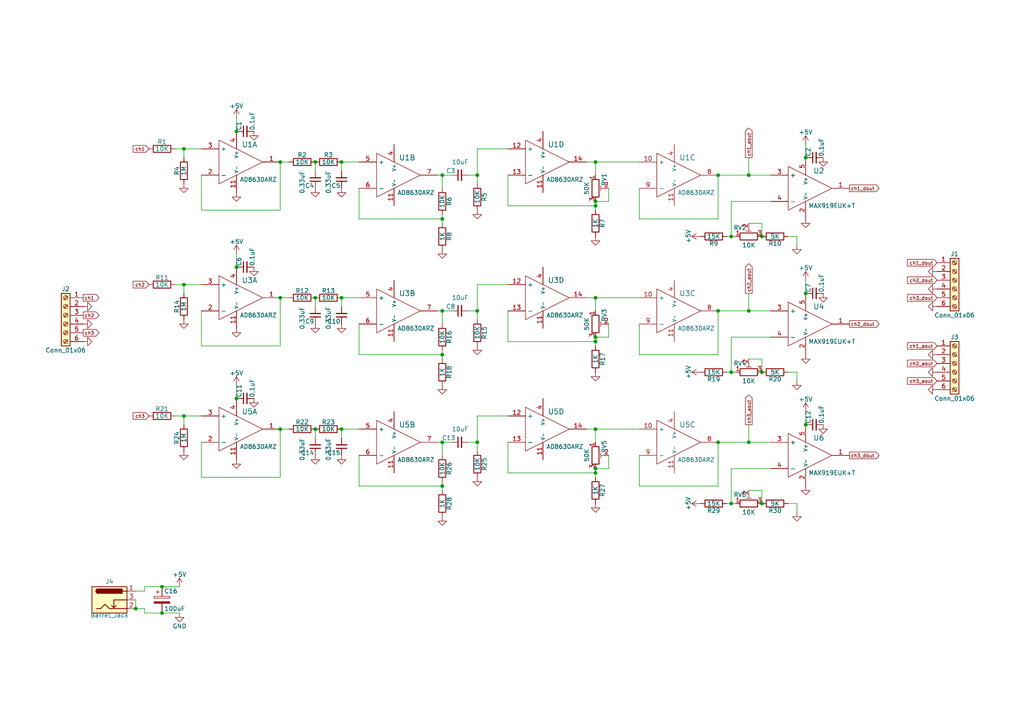
<source format=kicad_sch>
(kicad_sch (version 20211123) (generator eeschema)
  (paper "A4")
  (lib_symbols
    (symbol "Connector:Barrel_Jack_Switch" (pin_names hide)
      (property "Reference" "J" (at 0 5.334 0))
      (property "Value" "Barrel_Jack_Switch" (at 0 -5.08 0))
      (symbol "Barrel_Jack_Switch_0_1"
        (rectangle (start -5.08 3.81) (end 5.08 -3.81) (stroke (width 0.254)) (fill (type background)))
        (arc (start -3.302 3.175) (mid -3.937 2.54) (end -3.302 1.905) (stroke (width 0.254)))
        (arc (start -3.302 3.175) (mid -3.937 2.54) (end -3.302 1.905) (stroke (width 0.254)) (fill (type outline)))
        (polyline (pts (xy 1.27 -2.286) (xy 1.905 -1.651)) (stroke (width 0.254)))
        (polyline (pts (xy 5.08 2.54) (xy 3.81 2.54)) (stroke (width 0.254)))
        (polyline (pts (xy 5.08 0) (xy 1.27 0) (xy 1.27 -2.286) (xy 0.635 -1.651)) (stroke (width 0.254)))
        (polyline (pts (xy -3.81 -2.54) (xy -2.54 -2.54) (xy -1.27 -1.27) (xy 0 -2.54) (xy 2.54 -2.54) (xy 5.08 -2.54)) (stroke (width 0.254)))
        (rectangle (start 3.683 3.175) (end -3.302 1.905) (stroke (width 0.254)) (fill (type outline)))
      )
      (symbol "Barrel_Jack_Switch_1_1"
        (pin passive line (at 7.62 2.54 180) (length 2.54) (name "~") (number "1"))
        (pin passive line (at 7.62 -2.54 180) (length 2.54) (name "~") (number "2"))
        (pin passive line (at 7.62 0 180) (length 2.54) (name "~") (number "3"))
      )
    )
    (symbol "Connector:Screw_Terminal_01x06" (pin_names (offset 1.016) hide)
      (property "Reference" "J" (at 0 7.62 0))
      (property "Value" "Screw_Terminal_01x06" (at 0 -10.16 0))
      (symbol "Screw_Terminal_01x06_1_1"
        (rectangle (start -1.27 6.35) (end 1.27 -8.89) (stroke (width 0.254)) (fill (type background)))
        (circle (center 0 -7.62) (radius 0.635) (stroke (width 0.1524)))
        (circle (center 0 -5.08) (radius 0.635) (stroke (width 0.1524)))
        (circle (center 0 -2.54) (radius 0.635) (stroke (width 0.1524)))
        (polyline (pts (xy -0.5334 -7.2898) (xy 0.3302 -8.128)) (stroke (width 0.1524)))
        (polyline (pts (xy -0.5334 -4.7498) (xy 0.3302 -5.588)) (stroke (width 0.1524)))
        (polyline (pts (xy -0.5334 -2.2098) (xy 0.3302 -3.048)) (stroke (width 0.1524)))
        (polyline (pts (xy -0.5334 0.3302) (xy 0.3302 -0.508)) (stroke (width 0.1524)))
        (polyline (pts (xy -0.5334 2.8702) (xy 0.3302 2.032)) (stroke (width 0.1524)))
        (polyline (pts (xy -0.5334 5.4102) (xy 0.3302 4.572)) (stroke (width 0.1524)))
        (polyline (pts (xy -0.3556 -7.112) (xy 0.508 -7.9502)) (stroke (width 0.1524)))
        (polyline (pts (xy -0.3556 -4.572) (xy 0.508 -5.4102)) (stroke (width 0.1524)))
        (polyline (pts (xy -0.3556 -2.032) (xy 0.508 -2.8702)) (stroke (width 0.1524)))
        (polyline (pts (xy -0.3556 0.508) (xy 0.508 -0.3302)) (stroke (width 0.1524)))
        (polyline (pts (xy -0.3556 3.048) (xy 0.508 2.2098)) (stroke (width 0.1524)))
        (polyline (pts (xy -0.3556 5.588) (xy 0.508 4.7498)) (stroke (width 0.1524)))
        (circle (center 0 0) (radius 0.635) (stroke (width 0.1524)))
        (circle (center 0 2.54) (radius 0.635) (stroke (width 0.1524)))
        (circle (center 0 5.08) (radius 0.635) (stroke (width 0.1524)))
        (pin passive line (at -5.08 5.08 0) (length 3.81) (name "Pin_1") (number "1"))
        (pin passive line (at -5.08 2.54 0) (length 3.81) (name "Pin_2") (number "2"))
        (pin passive line (at -5.08 0 0) (length 3.81) (name "Pin_3") (number "3"))
        (pin passive line (at -5.08 -2.54 0) (length 3.81) (name "Pin_4") (number "4"))
        (pin passive line (at -5.08 -5.08 0) (length 3.81) (name "Pin_5") (number "5"))
        (pin passive line (at -5.08 -7.62 0) (length 3.81) (name "Pin_6") (number "6"))
      )
    )
    (symbol "Device:C_Small" (pin_numbers hide) (pin_names (offset 0.254) hide)
      (property "Reference" "C" (at 0.254 1.778 0))
      (property "Value" "C_Small" (at 0.254 -2.032 0))
      (symbol "C_Small_0_1"
        (polyline (pts (xy -1.524 -0.508) (xy 1.524 -0.508)) (stroke (width 0.3302)))
        (polyline (pts (xy -1.524 0.508) (xy 1.524 0.508)) (stroke (width 0.3048)))
      )
      (symbol "C_Small_1_1"
        (pin passive line (at 0 2.54 270) (length 2.032) (name "~") (number "1"))
        (pin passive line (at 0 -2.54 90) (length 2.032) (name "~") (number "2"))
      )
    )
    (symbol "Device:R" (pin_numbers hide) (pin_names (offset 0))
      (property "Reference" "R" (at 2.032 0 90))
      (property "Value" "R" (at 0 0 90))
      (symbol "R_0_1"
        (rectangle (start -1.016 -2.54) (end 1.016 2.54) (stroke (width 0.254)))
      )
      (symbol "R_1_1"
        (pin passive line (at 0 3.81 270) (length 1.27) (name "~") (number "1"))
        (pin passive line (at 0 -3.81 90) (length 1.27) (name "~") (number "2"))
      )
    )
    (symbol "piezo_V2-rescue:AD8630ARZ-piezo_V2"
      (property "Reference" "U" (at 3.81 5.08 0))
      (property "Value" "AD8630ARZ-piezo_V2" (at 6.35 -5.08 0))
      (symbol "AD8630ARZ-piezo_V2_0_1"
        (polyline (pts (xy 7.62 0) (xy -5.08 6.35) (xy -5.08 -6.35) (xy 7.62 0)))
      )
      (symbol "AD8630ARZ-piezo_V2_1_1"
        (pin input line (at 12.7 0 180) (length 5.08) (name "~") (number "1"))
        (pin input line (at 0 -8.89 90) (length 5.08) (name "V-") (number "11"))
        (pin input line (at -10.16 -3.81 0) (length 5.08) (name "-") (number "2"))
        (pin input line (at -10.16 3.81 0) (length 5.08) (name "+") (number "3"))
        (pin input line (at 0 8.89 270) (length 5.08) (name "V+") (number "4"))
      )
      (symbol "AD8630ARZ-piezo_V2_2_1"
        (pin input line (at 0 -8.89 90) (length 5.08) (name "V-") (number "11"))
        (pin input line (at 0 8.89 270) (length 5.08) (name "V+") (number "4"))
        (pin input line (at -10.16 3.81 0) (length 5.08) (name "+") (number "5"))
        (pin input line (at -10.16 -3.81 0) (length 5.08) (name "-") (number "6"))
        (pin input line (at 12.7 0 180) (length 5.08) (name "~") (number "7"))
      )
      (symbol "AD8630ARZ-piezo_V2_3_1"
        (pin input line (at -10.16 3.81 0) (length 5.08) (name "+") (number "10"))
        (pin input line (at 0 -8.89 90) (length 5.08) (name "V-") (number "11"))
        (pin input line (at 0 8.89 270) (length 5.08) (name "V+") (number "4"))
        (pin input line (at 12.7 0 180) (length 5.08) (name "~") (number "8"))
        (pin input line (at -10.16 -3.81 0) (length 5.08) (name "-") (number "9"))
      )
      (symbol "AD8630ARZ-piezo_V2_4_1"
        (pin input line (at 0 -8.89 90) (length 5.08) (name "V-") (number "11"))
        (pin input line (at -10.16 3.81 0) (length 5.08) (name "+") (number "12"))
        (pin input line (at -10.16 -3.81 0) (length 5.08) (name "-") (number "13"))
        (pin input line (at 12.7 0 180) (length 5.08) (name "~") (number "14"))
        (pin input line (at 0 8.89 270) (length 5.08) (name "V+") (number "4"))
      )
    )
    (symbol "piezo_V2-rescue:CP-Device" (pin_numbers hide) (pin_names (offset 0.254))
      (property "Reference" "C" (at 0.635 2.54 0))
      (property "Value" "CP-Device" (at 0.635 -2.54 0))
      (symbol "CP-Device_0_1"
        (rectangle (start -2.286 0.508) (end -2.286 1.016))
        (rectangle (start -2.286 0.508) (end 2.286 0.508))
        (polyline (pts (xy -1.778 2.286) (xy -0.762 2.286)))
        (polyline (pts (xy -1.27 2.794) (xy -1.27 1.778)))
        (rectangle (start 2.286 -0.508) (end -2.286 -1.016) (fill (type outline)))
        (rectangle (start 2.286 1.016) (end -2.286 1.016))
        (rectangle (start 2.286 1.016) (end 2.286 0.508))
      )
      (symbol "CP-Device_1_1"
        (pin passive line (at 0 3.81 270) (length 2.794) (name "~") (number "1"))
        (pin passive line (at 0 -3.81 90) (length 2.794) (name "~") (number "2"))
      )
    )
    (symbol "piezo_V2-rescue:MAX919EUK+T-piezo_V2"
      (property "Reference" "U" (at 3.81 5.08 0))
      (property "Value" "MAX919EUK+T-piezo_V2" (at 7.62 -5.08 0))
      (symbol "MAX919EUK+T-piezo_V2_0_1"
        (polyline (pts (xy 7.62 0) (xy -5.08 6.35) (xy -5.08 -6.35) (xy 7.62 0)))
      )
      (symbol "MAX919EUK+T-piezo_V2_1_1"
        (pin input line (at 12.7 0 180) (length 5.08) (name "~") (number "1"))
        (pin input line (at 0 -8.89 90) (length 5.08) (name "V-") (number "2"))
        (pin input line (at -10.16 3.81 0) (length 5.08) (name "+") (number "3"))
        (pin input line (at -10.16 -3.81 0) (length 5.08) (name "-") (number "4"))
        (pin input line (at 0 8.89 270) (length 5.08) (name "V+") (number "5"))
      )
    )
    (symbol "piezo_V2-rescue:R_POT_TRIM-Device" (pin_names (offset 1.016) hide)
      (property "Reference" "RV" (at -4.445 0 90))
      (property "Value" "R_POT_TRIM-Device" (at -2.54 0 90))
      (symbol "R_POT_TRIM-Device_0_1"
        (polyline (pts (xy 1.524 0.762) (xy 1.524 -0.762)))
        (polyline (pts (xy 2.54 0) (xy 1.524 0)))
        (rectangle (start 1.016 2.54) (end -1.016 -2.54) (stroke (width 0.254)))
      )
      (symbol "R_POT_TRIM-Device_1_1"
        (pin passive line (at 0 3.81 270) (length 1.27) (name "1") (number "1"))
        (pin passive line (at 3.81 0 180) (length 1.27) (name "2") (number "2"))
        (pin passive line (at 0 -3.81 90) (length 1.27) (name "3") (number "3"))
      )
    )
    (symbol "power:+5V" (power) (pin_names (offset 0))
      (property "Value" "+5V" (at 0 3.556 0))
      (symbol "+5V_0_1"
        (polyline (pts (xy -0.762 1.27) (xy 0 2.54)))
        (polyline (pts (xy 0 0) (xy 0 2.54)))
        (polyline (pts (xy 0 2.54) (xy 0.762 1.27)))
      )
      (symbol "+5V_1_1"
        (pin power_in line (at 0 0 90) (length 0) hide (name "+5V") (number "1"))
      )
    )
    (symbol "power:GND" (power) (pin_names (offset 0))
      (property "Value" "GND" (at 0 -3.81 0))
      (symbol "GND_0_1"
        (polyline (pts (xy 0 0) (xy 0 -1.27) (xy 1.27 -1.27) (xy 0 -2.54) (xy -1.27 -1.27) (xy 0 -1.27)))
      )
      (symbol "GND_1_1"
        (pin power_in line (at 0 0 270) (length 0) hide (name "GND") (number "1"))
      )
    )
  )
  (junction (at 208.28 90.17))
  (junction (at 212.09 68.58))
  (junction (at 172.72 97.79))
  (junction (at 233.68 45.72))
  (junction (at 128.27 140.97))
  (junction (at 172.72 58.42))
  (junction (at 217.17 50.8))
  (junction (at 172.72 46.99))
  (junction (at 68.58 77.47))
  (junction (at 208.28 50.8))
  (junction (at 53.34 82.55))
  (junction (at 46.99 170.18))
  (junction (at 128.27 102.87))
  (junction (at 128.27 128.27))
  (junction (at 212.09 146.05))
  (junction (at 68.58 38.1))
  (junction (at 91.44 124.46))
  (junction (at 217.17 90.17))
  (junction (at 99.06 86.36))
  (junction (at 220.98 107.95))
  (junction (at 220.98 146.05))
  (junction (at 68.58 115.57))
  (junction (at 172.72 124.46))
  (junction (at 128.27 90.17))
  (junction (at 138.43 128.27))
  (junction (at 81.28 46.99))
  (junction (at 99.06 46.99))
  (junction (at 53.34 43.18))
  (junction (at 91.44 46.99))
  (junction (at 233.68 123.19))
  (junction (at 46.99 177.8))
  (junction (at 220.98 68.58))
  (junction (at 91.44 86.36))
  (junction (at 172.72 86.36))
  (junction (at 99.06 124.46))
  (junction (at 172.72 137.16))
  (junction (at 233.68 85.09))
  (junction (at 128.27 50.8))
  (junction (at 172.72 99.06))
  (junction (at 172.72 59.69))
  (junction (at 138.43 50.8))
  (junction (at 39.37 176.53))
  (junction (at 81.28 124.46))
  (junction (at 212.09 107.95))
  (junction (at 172.72 135.89))
  (junction (at 217.17 128.27))
  (junction (at 53.34 120.65))
  (junction (at 81.28 86.36))
  (junction (at 138.43 90.17))
  (junction (at 128.27 63.5))
  (junction (at 208.28 128.27))
  (wire (pts (xy 208.28 50.8) (xy 217.17 50.8)))
  (wire (pts (xy 128.27 102.87) (xy 104.14 102.87)))
  (wire (pts (xy 233.68 123.19) (xy 233.68 119.38)))
  (wire (pts (xy 53.34 43.18) (xy 53.34 45.72)))
  (wire (pts (xy 147.32 99.06) (xy 147.32 90.17)))
  (wire (pts (xy 128.27 140.97) (xy 104.14 140.97)))
  (wire (pts (xy 128.27 50.8) (xy 130.81 50.8)))
  (wire (pts (xy 46.99 177.8) (xy 52.07 177.8)))
  (wire (pts (xy 68.58 115.57) (xy 68.58 111.76)))
  (wire (pts (xy 208.28 128.27) (xy 208.28 140.97)))
  (wire (pts (xy 212.09 68.58) (xy 213.36 68.58)))
  (wire (pts (xy 217.17 123.19) (xy 217.17 128.27)))
  (wire (pts (xy 104.14 140.97) (xy 104.14 132.08)))
  (wire (pts (xy 81.28 86.36) (xy 81.28 100.33)))
  (wire (pts (xy 128.27 63.5) (xy 128.27 64.77)))
  (wire (pts (xy 99.06 86.36) (xy 104.14 86.36)))
  (wire (pts (xy 99.06 86.36) (xy 99.06 88.9)))
  (wire (pts (xy 138.43 50.8) (xy 138.43 53.34)))
  (wire (pts (xy 39.37 176.53) (xy 41.91 176.53)))
  (wire (pts (xy 81.28 124.46) (xy 83.82 124.46)))
  (wire (pts (xy 138.43 128.27) (xy 138.43 130.81)))
  (wire (pts (xy 127 50.8) (xy 128.27 50.8)))
  (wire (pts (xy 185.42 102.87) (xy 185.42 93.98)))
  (wire (pts (xy 172.72 137.16) (xy 147.32 137.16)))
  (wire (pts (xy 41.91 177.8) (xy 46.99 177.8)))
  (wire (pts (xy 50.8 43.18) (xy 53.34 43.18)))
  (wire (pts (xy 138.43 43.18) (xy 138.43 50.8)))
  (wire (pts (xy 128.27 101.6) (xy 128.27 102.87)))
  (wire (pts (xy 81.28 60.96) (xy 58.42 60.96)))
  (wire (pts (xy 210.82 146.05) (xy 212.09 146.05)))
  (wire (pts (xy 220.98 64.77) (xy 220.98 68.58)))
  (wire (pts (xy 172.72 135.89) (xy 172.72 137.16)))
  (wire (pts (xy 231.14 107.95) (xy 231.14 110.49)))
  (wire (pts (xy 170.18 124.46) (xy 172.72 124.46)))
  (wire (pts (xy 127 128.27) (xy 128.27 128.27)))
  (wire (pts (xy 217.17 50.8) (xy 223.52 50.8)))
  (wire (pts (xy 217.17 64.77) (xy 220.98 64.77)))
  (wire (pts (xy 176.53 54.61) (xy 176.53 58.42)))
  (wire (pts (xy 58.42 138.43) (xy 58.42 128.27)))
  (wire (pts (xy 135.89 128.27) (xy 138.43 128.27)))
  (wire (pts (xy 212.09 146.05) (xy 212.09 135.89)))
  (wire (pts (xy 212.09 58.42) (xy 223.52 58.42)))
  (wire (pts (xy 208.28 128.27) (xy 217.17 128.27)))
  (wire (pts (xy 220.98 142.24) (xy 220.98 146.05)))
  (wire (pts (xy 81.28 124.46) (xy 81.28 138.43)))
  (wire (pts (xy 104.14 63.5) (xy 104.14 54.61)))
  (wire (pts (xy 81.28 46.99) (xy 83.82 46.99)))
  (wire (pts (xy 172.72 137.16) (xy 172.72 138.43)))
  (wire (pts (xy 50.8 120.65) (xy 53.34 120.65)))
  (wire (pts (xy 172.72 59.69) (xy 172.72 60.96)))
  (wire (pts (xy 217.17 90.17) (xy 223.52 90.17)))
  (wire (pts (xy 58.42 100.33) (xy 58.42 90.17)))
  (wire (pts (xy 128.27 139.7) (xy 128.27 140.97)))
  (wire (pts (xy 81.28 100.33) (xy 58.42 100.33)))
  (wire (pts (xy 138.43 43.18) (xy 147.32 43.18)))
  (wire (pts (xy 172.72 97.79) (xy 172.72 99.06)))
  (wire (pts (xy 231.14 146.05) (xy 231.14 148.59)))
  (wire (pts (xy 220.98 104.14) (xy 220.98 107.95)))
  (wire (pts (xy 99.06 124.46) (xy 99.06 127)))
  (wire (pts (xy 217.17 128.27) (xy 223.52 128.27)))
  (wire (pts (xy 53.34 120.65) (xy 53.34 123.19)))
  (wire (pts (xy 228.6 107.95) (xy 231.14 107.95)))
  (wire (pts (xy 208.28 140.97) (xy 185.42 140.97)))
  (wire (pts (xy 99.06 46.99) (xy 99.06 49.53)))
  (wire (pts (xy 41.91 170.18) (xy 46.99 170.18)))
  (wire (pts (xy 185.42 63.5) (xy 185.42 54.61)))
  (wire (pts (xy 172.72 86.36) (xy 172.72 90.17)))
  (wire (pts (xy 212.09 97.79) (xy 223.52 97.79)))
  (wire (pts (xy 81.28 86.36) (xy 83.82 86.36)))
  (wire (pts (xy 212.09 146.05) (xy 213.36 146.05)))
  (wire (pts (xy 128.27 102.87) (xy 128.27 104.14)))
  (wire (pts (xy 68.58 77.47) (xy 68.58 73.66)))
  (wire (pts (xy 172.72 86.36) (xy 185.42 86.36)))
  (wire (pts (xy 128.27 128.27) (xy 130.81 128.27)))
  (wire (pts (xy 217.17 45.72) (xy 217.17 50.8)))
  (wire (pts (xy 208.28 50.8) (xy 208.28 63.5)))
  (wire (pts (xy 172.72 124.46) (xy 185.42 124.46)))
  (wire (pts (xy 41.91 176.53) (xy 41.91 177.8)))
  (wire (pts (xy 128.27 63.5) (xy 104.14 63.5)))
  (wire (pts (xy 128.27 128.27) (xy 128.27 132.08)))
  (wire (pts (xy 217.17 85.09) (xy 217.17 90.17)))
  (wire (pts (xy 172.72 99.06) (xy 172.72 100.33)))
  (wire (pts (xy 176.53 132.08) (xy 176.53 135.89)))
  (wire (pts (xy 172.72 99.06) (xy 147.32 99.06)))
  (wire (pts (xy 128.27 50.8) (xy 128.27 54.61)))
  (wire (pts (xy 91.44 46.99) (xy 91.44 49.53)))
  (wire (pts (xy 208.28 63.5) (xy 185.42 63.5)))
  (wire (pts (xy 147.32 137.16) (xy 147.32 128.27)))
  (wire (pts (xy 231.14 68.58) (xy 231.14 71.12)))
  (wire (pts (xy 68.58 38.1) (xy 68.58 34.29)))
  (wire (pts (xy 91.44 124.46) (xy 91.44 127)))
  (wire (pts (xy 127 90.17) (xy 128.27 90.17)))
  (wire (pts (xy 128.27 140.97) (xy 128.27 142.24)))
  (wire (pts (xy 172.72 46.99) (xy 185.42 46.99)))
  (wire (pts (xy 53.34 120.65) (xy 58.42 120.65)))
  (wire (pts (xy 176.53 93.98) (xy 176.53 97.79)))
  (wire (pts (xy 176.53 97.79) (xy 172.72 97.79)))
  (wire (pts (xy 172.72 58.42) (xy 172.72 59.69)))
  (wire (pts (xy 135.89 90.17) (xy 138.43 90.17)))
  (wire (pts (xy 176.53 135.89) (xy 172.72 135.89)))
  (wire (pts (xy 81.28 46.99) (xy 81.28 60.96)))
  (wire (pts (xy 208.28 90.17) (xy 217.17 90.17)))
  (wire (pts (xy 217.17 104.14) (xy 220.98 104.14)))
  (wire (pts (xy 172.72 59.69) (xy 147.32 59.69)))
  (wire (pts (xy 210.82 107.95) (xy 212.09 107.95)))
  (wire (pts (xy 99.06 46.99) (xy 104.14 46.99)))
  (wire (pts (xy 135.89 50.8) (xy 138.43 50.8)))
  (wire (pts (xy 185.42 140.97) (xy 185.42 132.08)))
  (wire (pts (xy 53.34 82.55) (xy 53.34 85.09)))
  (wire (pts (xy 208.28 90.17) (xy 208.28 102.87)))
  (wire (pts (xy 217.17 142.24) (xy 220.98 142.24)))
  (wire (pts (xy 170.18 46.99) (xy 172.72 46.99)))
  (wire (pts (xy 233.68 85.09) (xy 233.68 81.28)))
  (wire (pts (xy 91.44 86.36) (xy 91.44 88.9)))
  (wire (pts (xy 138.43 90.17) (xy 138.43 92.71)))
  (wire (pts (xy 212.09 107.95) (xy 213.36 107.95)))
  (wire (pts (xy 228.6 68.58) (xy 231.14 68.58)))
  (wire (pts (xy 212.09 107.95) (xy 212.09 97.79)))
  (wire (pts (xy 128.27 90.17) (xy 130.81 90.17)))
  (wire (pts (xy 39.37 173.99) (xy 39.37 176.53)))
  (wire (pts (xy 53.34 43.18) (xy 58.42 43.18)))
  (wire (pts (xy 128.27 62.23) (xy 128.27 63.5)))
  (wire (pts (xy 128.27 90.17) (xy 128.27 93.98)))
  (wire (pts (xy 147.32 59.69) (xy 147.32 50.8)))
  (wire (pts (xy 138.43 120.65) (xy 138.43 128.27)))
  (wire (pts (xy 212.09 135.89) (xy 223.52 135.89)))
  (wire (pts (xy 99.06 124.46) (xy 104.14 124.46)))
  (wire (pts (xy 39.37 171.45) (xy 41.91 171.45)))
  (wire (pts (xy 104.14 102.87) (xy 104.14 93.98)))
  (wire (pts (xy 41.91 171.45) (xy 41.91 170.18)))
  (wire (pts (xy 138.43 82.55) (xy 138.43 90.17)))
  (wire (pts (xy 138.43 120.65) (xy 147.32 120.65)))
  (wire (pts (xy 81.28 138.43) (xy 58.42 138.43)))
  (wire (pts (xy 138.43 82.55) (xy 147.32 82.55)))
  (wire (pts (xy 46.99 170.18) (xy 52.07 170.18)))
  (wire (pts (xy 58.42 60.96) (xy 58.42 50.8)))
  (wire (pts (xy 172.72 46.99) (xy 172.72 50.8)))
  (wire (pts (xy 176.53 58.42) (xy 172.72 58.42)))
  (wire (pts (xy 210.82 68.58) (xy 212.09 68.58)))
  (wire (pts (xy 170.18 86.36) (xy 172.72 86.36)))
  (wire (pts (xy 50.8 82.55) (xy 53.34 82.55)))
  (wire (pts (xy 172.72 124.46) (xy 172.72 128.27)))
  (wire (pts (xy 208.28 102.87) (xy 185.42 102.87)))
  (wire (pts (xy 228.6 146.05) (xy 231.14 146.05)))
  (wire (pts (xy 212.09 68.58) (xy 212.09 58.42)))
  (wire (pts (xy 53.34 82.55) (xy 58.42 82.55)))
  (wire (pts (xy 233.68 45.72) (xy 233.68 41.91)))
  (global_label "ch1" (shape output) (at 24.13 86.36 0) (effects (font (size 0.9906 0.9906))) (property "Intersheet References" "${INTERSHEET_REFS}" (effects hide)))
  (global_label "ch2_dout" (shape input) (at 271.78 81.28 180) (effects (font (size 0.9906 0.9906))) (property "Intersheet References" "${INTERSHEET_REFS}" (effects hide)))
  (global_label "ch3" (shape output) (at 24.13 96.52 0) (effects (font (size 0.9906 0.9906))) (property "Intersheet References" "${INTERSHEET_REFS}" (effects hide)))
  (global_label "ch3_aout" (shape input) (at 271.78 110.49 180) (effects (font (size 0.9906 0.9906))) (property "Intersheet References" "${INTERSHEET_REFS}" (effects hide)))
  (global_label "ch3_aout" (shape output) (at 217.17 123.19 90) (effects (font (size 0.9906 0.9906))) (property "Intersheet References" "${INTERSHEET_REFS}" (effects hide)))
  (global_label "ch2_aout" (shape output) (at 217.17 85.09 90) (effects (font (size 0.9906 0.9906))) (property "Intersheet References" "${INTERSHEET_REFS}" (effects hide)))
  (global_label "ch2_dout" (shape output) (at 246.38 93.98 0) (effects (font (size 0.9906 0.9906))) (property "Intersheet References" "${INTERSHEET_REFS}" (effects hide)))
  (global_label "ch1_dout" (shape output) (at 246.38 54.61 0) (effects (font (size 0.9906 0.9906))) (property "Intersheet References" "${INTERSHEET_REFS}" (effects hide)))
  (global_label "ch1_dout" (shape input) (at 271.78 76.2 180) (effects (font (size 0.9906 0.9906))) (property "Intersheet References" "${INTERSHEET_REFS}" (effects hide)))
  (global_label "ch2_aout" (shape input) (at 271.78 105.41 180) (effects (font (size 0.9906 0.9906))) (property "Intersheet References" "${INTERSHEET_REFS}" (effects hide)))
  (global_label "ch3_dout" (shape output) (at 246.38 132.08 0) (effects (font (size 0.9906 0.9906))) (property "Intersheet References" "${INTERSHEET_REFS}" (effects hide)))
  (global_label "ch2" (shape output) (at 24.13 91.44 0) (effects (font (size 0.9906 0.9906))) (property "Intersheet References" "${INTERSHEET_REFS}" (effects hide)))
  (global_label "ch1" (shape input) (at 43.18 43.18 180) (effects (font (size 0.9906 0.9906))) (property "Intersheet References" "${INTERSHEET_REFS}" (effects hide)))
  (global_label "ch2" (shape input) (at 43.18 82.55 180) (effects (font (size 0.9906 0.9906))) (property "Intersheet References" "${INTERSHEET_REFS}" (effects hide)))
  (global_label "ch3_dout" (shape input) (at 271.78 86.36 180) (effects (font (size 0.9906 0.9906))) (property "Intersheet References" "${INTERSHEET_REFS}" (effects hide)))
  (global_label "ch3" (shape input) (at 43.18 120.65 180) (effects (font (size 0.9906 0.9906))) (property "Intersheet References" "${INTERSHEET_REFS}" (effects hide)))
  (global_label "ch1_aout" (shape input) (at 271.78 100.33 180) (effects (font (size 0.9906 0.9906))) (property "Intersheet References" "${INTERSHEET_REFS}" (effects hide)))
  (global_label "ch1_aout" (shape output) (at 217.17 45.72 90) (effects (font (size 0.9906 0.9906))) (property "Intersheet References" "${INTERSHEET_REFS}" (effects hide)))
  (symbol (lib_id "piezo_V2-rescue:AD8630ARZ-piezo_V2") (at 68.58 46.99 0) (unit 1)
    (property "Reference" "U1" (at 72.39 41.91 0) (effects (font (size 1.524 1.524))))
    (property "Value" "AD8630ARZ" (at 74.93 52.07 0) (effects (font (size 1.2446 1.2446))))
    (property "Footprint" "piezo_V2_footprints:AD8630ARZ" (effects hide))
  )
  (symbol (lib_id "Device:R") (at 46.99 43.18 90) (unit 1)
    (property "Reference" "R1" (at 46.99 41.148 90))
    (property "Value" "10K" (at 46.99 43.18 90))
    (property "Footprint" "Resistors_SMD:R_1206_HandSoldering" (effects hide))
  )
  (symbol (lib_id "Device:R") (at 53.34 49.53 180) (unit 1)
    (property "Reference" "R4" (at 51.308 49.53 90))
    (property "Value" "1M" (at 53.34 49.53 90))
    (property "Footprint" "Resistors_SMD:R_1206_HandSoldering" (effects hide))
  )
  (symbol (lib_id "power:GND") (at 53.34 53.34 0) (unit 1)
    (property "Reference" "#PWR01" (effects hide))
    (property "Value" "GND" (effects hide))
  )
  (symbol (lib_id "Connector:Barrel_Jack_Switch") (at 31.75 173.99 0) (unit 1)
    (property "Reference" "J4" (at 31.75 168.656 0))
    (property "Value" "Barrel_Jack" (at 31.75 178.435 0))
    (property "Footprint" "piezo_V2_footprints:PJ-079AH-DCJACK" (effects hide))
  )
  (symbol (lib_id "piezo_V2-rescue:CP-Device") (at 46.99 173.99 0) (unit 1)
    (property "Reference" "C16" (at 47.625 171.45 0) (effects (justify left)))
    (property "Value" "100uF" (at 47.625 176.53 0) (effects (justify left)))
    (property "Footprint" "Capacitors_THT:CP_Radial_D8.0mm_P3.50mm" (effects hide))
  )
  (symbol (lib_id "power:+5V") (at 52.07 170.18 0) (unit 1)
    (property "Reference" "#PWR02" (effects hide))
    (property "Value" "+5V" (at 52.07 166.624 0))
  )
  (symbol (lib_id "power:GND") (at 52.07 177.8 0) (unit 1)
    (property "Reference" "#PWR03" (effects hide))
    (property "Value" "GND" (at 52.07 181.61 0))
  )
  (symbol (lib_id "Device:C_Small") (at 71.12 38.1 90) (unit 1)
    (property "Reference" "C1" (at 69.342 37.846 0) (effects (justify left)))
    (property "Value" "0.1uF" (at 73.152 37.846 0) (effects (justify left)))
    (property "Footprint" "Capacitors_SMD:C_1206_HandSoldering" (effects hide))
  )
  (symbol (lib_id "power:GND") (at 73.66 38.1 0) (unit 1)
    (property "Reference" "#PWR04" (effects hide))
    (property "Value" "GND" (effects hide))
  )
  (symbol (lib_id "power:+5V") (at 68.58 34.29 0) (unit 1)
    (property "Reference" "#PWR05" (effects hide))
    (property "Value" "+5V" (at 68.58 30.734 0))
  )
  (symbol (lib_id "power:GND") (at 68.58 55.88 0) (unit 1)
    (property "Reference" "#PWR06" (effects hide))
    (property "Value" "GND" (effects hide))
  )
  (symbol (lib_id "Connector:Screw_Terminal_01x06") (at 19.05 91.44 0) (mirror y) (unit 1)
    (property "Reference" "J2" (at 19.05 83.82 0))
    (property "Value" "Conn_01x06" (at 19.05 101.6 0))
    (property "Footprint" "piezo_V2_footprints:EM280206_6P_Terminal" (effects hide))
  )
  (symbol (lib_id "power:GND") (at 24.13 88.9 90) (unit 1)
    (property "Reference" "#PWR07" (effects hide))
    (property "Value" "GND" (effects hide))
  )
  (symbol (lib_id "power:GND") (at 24.13 93.98 90) (unit 1)
    (property "Reference" "#PWR08" (effects hide))
    (property "Value" "GND" (effects hide))
  )
  (symbol (lib_id "power:GND") (at 24.13 99.06 90) (unit 1)
    (property "Reference" "#PWR09" (effects hide))
    (property "Value" "GND" (effects hide))
  )
  (symbol (lib_id "Device:R") (at 87.63 46.99 90) (unit 1)
    (property "Reference" "R2" (at 87.63 44.958 90))
    (property "Value" "10K" (at 87.63 46.99 90))
    (property "Footprint" "Resistors_SMD:R_1206_HandSoldering" (effects hide))
  )
  (symbol (lib_id "Device:R") (at 95.25 46.99 90) (unit 1)
    (property "Reference" "R3" (at 95.25 44.958 90))
    (property "Value" "10K" (at 95.25 46.99 90))
    (property "Footprint" "Resistors_SMD:R_1206_HandSoldering" (effects hide))
  )
  (symbol (lib_id "Device:C_Small") (at 91.44 52.07 180) (unit 1)
    (property "Reference" "C4" (at 91.186 53.848 0) (effects (justify left)))
    (property "Value" "0.33uF" (at 87.63 49.53 90) (effects (justify left)))
    (property "Footprint" "Capacitors_SMD:C_1206_HandSoldering" (effects hide))
  )
  (symbol (lib_id "Device:C_Small") (at 99.06 52.07 180) (unit 1)
    (property "Reference" "C5" (at 98.806 53.848 0) (effects (justify left)))
    (property "Value" "0.33uF" (at 95.25 49.53 90) (effects (justify left)))
    (property "Footprint" "Capacitors_SMD:C_1206_HandSoldering" (effects hide))
  )
  (symbol (lib_id "power:GND") (at 91.44 54.61 0) (unit 1)
    (property "Reference" "#PWR010" (effects hide))
    (property "Value" "GND" (effects hide))
  )
  (symbol (lib_id "power:GND") (at 99.06 54.61 0) (unit 1)
    (property "Reference" "#PWR011" (effects hide))
    (property "Value" "GND" (effects hide))
  )
  (symbol (lib_id "piezo_V2-rescue:AD8630ARZ-piezo_V2") (at 114.3 50.8 0) (unit 2)
    (property "Reference" "U1" (at 118.11 45.72 0) (effects (font (size 1.524 1.524))))
    (property "Value" "AD8630ARZ" (at 120.65 55.88 0) (effects (font (size 1.2446 1.2446))))
    (property "Footprint" "piezo_V2_footprints:AD8630ARZ" (effects hide))
  )
  (symbol (lib_id "Device:R") (at 128.27 58.42 0) (unit 1)
    (property "Reference" "R6" (at 130.302 58.42 90))
    (property "Value" "10K" (at 128.27 58.42 90))
    (property "Footprint" "Resistors_SMD:R_1206_HandSoldering" (effects hide))
  )
  (symbol (lib_id "Device:R") (at 128.27 68.58 0) (unit 1)
    (property "Reference" "R8" (at 130.302 68.58 90))
    (property "Value" "1K" (at 128.27 68.58 90))
    (property "Footprint" "Resistors_SMD:R_1206_HandSoldering" (effects hide))
  )
  (symbol (lib_id "power:GND") (at 128.27 72.39 0) (unit 1)
    (property "Reference" "#PWR012" (effects hide))
    (property "Value" "GND" (effects hide))
  )
  (symbol (lib_id "Device:C_Small") (at 133.35 50.8 90) (unit 1)
    (property "Reference" "C3" (at 132.08 49.53 90) (effects (justify left)))
    (property "Value" "10uF" (at 135.89 46.99 90) (effects (justify left)))
    (property "Footprint" "Capacitors_SMD:C_1206_HandSoldering" (effects hide))
  )
  (symbol (lib_id "Device:R") (at 138.43 57.15 0) (unit 1)
    (property "Reference" "R5" (at 140.462 57.15 90))
    (property "Value" "10K" (at 138.43 57.15 90))
    (property "Footprint" "Resistors_SMD:R_1206_HandSoldering" (effects hide))
  )
  (symbol (lib_id "power:GND") (at 138.43 60.96 0) (unit 1)
    (property "Reference" "#PWR013" (effects hide))
    (property "Value" "GND" (effects hide))
  )
  (symbol (lib_id "piezo_V2-rescue:AD8630ARZ-piezo_V2") (at 157.48 46.99 0) (unit 4)
    (property "Reference" "U1" (at 161.29 41.91 0) (effects (font (size 1.524 1.524))))
    (property "Value" "AD8630ARZ" (at 163.83 52.07 0) (effects (font (size 1.2446 1.2446))))
    (property "Footprint" "piezo_V2_footprints:AD8630ARZ" (effects hide))
  )
  (symbol (lib_id "piezo_V2-rescue:R_POT_TRIM-Device") (at 172.72 54.61 0) (unit 1)
    (property "Reference" "RV1" (at 175.26 52.07 90))
    (property "Value" "50K" (at 170.18 54.61 90))
    (property "Footprint" "piezo_V2_footprints:50K_Trimmer_Bourns_3339P" (effects hide))
  )
  (symbol (lib_id "Device:R") (at 172.72 64.77 0) (unit 1)
    (property "Reference" "R7" (at 174.752 64.77 90))
    (property "Value" "1K" (at 172.72 64.77 90))
    (property "Footprint" "Resistors_SMD:R_1206_HandSoldering" (effects hide))
  )
  (symbol (lib_id "power:GND") (at 172.72 68.58 0) (unit 1)
    (property "Reference" "#PWR014" (effects hide))
    (property "Value" "GND" (effects hide))
  )
  (symbol (lib_id "piezo_V2-rescue:AD8630ARZ-piezo_V2") (at 195.58 50.8 0) (unit 3)
    (property "Reference" "U1" (at 199.39 45.72 0) (effects (font (size 1.524 1.524))))
    (property "Value" "AD8630ARZ" (at 201.93 55.88 0) (effects (font (size 1.2446 1.2446))))
    (property "Footprint" "piezo_V2_footprints:AD8630ARZ" (effects hide))
  )
  (symbol (lib_id "piezo_V2-rescue:MAX919EUK+T-piezo_V2") (at 233.68 54.61 0) (unit 1)
    (property "Reference" "U2" (at 237.49 49.53 0) (effects (font (size 1.524 1.524))))
    (property "Value" "MAX919EUK+T" (at 241.3 59.69 0) (effects (font (size 1.2446 1.2446))))
    (property "Footprint" "piezo_V2_footprints:TMAX9140EUK+T" (effects hide))
  )
  (symbol (lib_id "Device:C_Small") (at 236.22 45.72 90) (unit 1)
    (property "Reference" "C2" (at 234.442 45.466 0) (effects (justify left)))
    (property "Value" "0.1uF" (at 238.252 45.466 0) (effects (justify left)))
    (property "Footprint" "Capacitors_SMD:C_1206_HandSoldering" (effects hide))
  )
  (symbol (lib_id "power:GND") (at 238.76 45.72 0) (unit 1)
    (property "Reference" "#PWR015" (effects hide))
    (property "Value" "GND" (effects hide))
  )
  (symbol (lib_id "power:+5V") (at 233.68 41.91 0) (unit 1)
    (property "Reference" "#PWR016" (effects hide))
    (property "Value" "+5V" (at 233.68 38.354 0))
  )
  (symbol (lib_id "power:GND") (at 233.68 63.5 0) (unit 1)
    (property "Reference" "#PWR017" (effects hide))
    (property "Value" "GND" (effects hide))
  )
  (symbol (lib_id "Device:R") (at 207.01 68.58 270) (unit 1)
    (property "Reference" "R9" (at 207.01 70.612 90))
    (property "Value" "15K" (at 207.01 68.58 90))
    (property "Footprint" "Resistors_SMD:R_1206_HandSoldering" (effects hide))
  )
  (symbol (lib_id "power:+5V") (at 203.2 68.58 90) (unit 1)
    (property "Reference" "#PWR018" (effects hide))
    (property "Value" "+5V" (at 199.644 68.58 0))
  )
  (symbol (lib_id "piezo_V2-rescue:R_POT_TRIM-Device") (at 217.17 68.58 90) (unit 1)
    (property "Reference" "RV2" (at 214.63 66.04 90))
    (property "Value" "10K" (at 217.17 71.12 90))
    (property "Footprint" "piezo_V2_footprints:10K_Trimmer_Bourns_3362P" (effects hide))
  )
  (symbol (lib_id "Device:R") (at 224.79 68.58 270) (unit 1)
    (property "Reference" "R10" (at 224.79 70.612 90))
    (property "Value" "5K" (at 224.79 68.58 90))
    (property "Footprint" "Resistors_SMD:R_1206_HandSoldering" (effects hide))
  )
  (symbol (lib_id "power:GND") (at 231.14 71.12 0) (unit 1)
    (property "Reference" "#PWR019" (effects hide))
    (property "Value" "GND" (effects hide))
  )
  (symbol (lib_id "Connector:Screw_Terminal_01x06") (at 276.86 81.28 0) (unit 1)
    (property "Reference" "J1" (at 276.86 73.66 0))
    (property "Value" "Conn_01x06" (at 276.86 91.44 0))
    (property "Footprint" "piezo_V2_footprints:EM280206_6P_Terminal" (effects hide))
  )
  (symbol (lib_id "Connector:Screw_Terminal_01x06") (at 276.86 105.41 0) (unit 1)
    (property "Reference" "J3" (at 276.86 97.79 0))
    (property "Value" "Conn_01x06" (at 276.86 115.57 0))
    (property "Footprint" "piezo_V2_footprints:EM280206_6P_Terminal" (effects hide))
  )
  (symbol (lib_id "power:GND") (at 271.78 78.74 270) (unit 1)
    (property "Reference" "#PWR020" (effects hide))
    (property "Value" "GND" (effects hide))
  )
  (symbol (lib_id "power:GND") (at 271.78 83.82 270) (unit 1)
    (property "Reference" "#PWR021" (effects hide))
    (property "Value" "GND" (effects hide))
  )
  (symbol (lib_id "power:GND") (at 271.78 88.9 270) (unit 1)
    (property "Reference" "#PWR022" (effects hide))
    (property "Value" "GND" (effects hide))
  )
  (symbol (lib_id "power:GND") (at 271.78 102.87 270) (unit 1)
    (property "Reference" "#PWR023" (effects hide))
    (property "Value" "GND" (effects hide))
  )
  (symbol (lib_id "power:GND") (at 271.78 107.95 270) (unit 1)
    (property "Reference" "#PWR024" (effects hide))
    (property "Value" "GND" (effects hide))
  )
  (symbol (lib_id "power:GND") (at 271.78 113.03 270) (unit 1)
    (property "Reference" "#PWR025" (effects hide))
    (property "Value" "GND" (effects hide))
  )
  (symbol (lib_id "piezo_V2-rescue:AD8630ARZ-piezo_V2") (at 68.58 86.36 0) (unit 1)
    (property "Reference" "U3" (at 72.39 81.28 0) (effects (font (size 1.524 1.524))))
    (property "Value" "AD8630ARZ" (at 74.93 91.44 0) (effects (font (size 1.2446 1.2446))))
    (property "Footprint" "piezo_V2_footprints:AD8630ARZ" (effects hide))
  )
  (symbol (lib_id "Device:R") (at 46.99 82.55 90) (unit 1)
    (property "Reference" "R11" (at 46.99 80.518 90))
    (property "Value" "10K" (at 46.99 82.55 90))
    (property "Footprint" "Resistors_SMD:R_1206_HandSoldering" (effects hide))
  )
  (symbol (lib_id "Device:R") (at 53.34 88.9 180) (unit 1)
    (property "Reference" "R14" (at 51.308 88.9 90))
    (property "Value" "1M" (at 53.34 88.9 90))
    (property "Footprint" "Resistors_SMD:R_1206_HandSoldering" (effects hide))
  )
  (symbol (lib_id "power:GND") (at 53.34 92.71 0) (unit 1)
    (property "Reference" "#PWR026" (effects hide))
    (property "Value" "GND" (effects hide))
  )
  (symbol (lib_id "Device:C_Small") (at 71.12 77.47 90) (unit 1)
    (property "Reference" "C6" (at 69.342 77.216 0) (effects (justify left)))
    (property "Value" "0.1uF" (at 73.152 77.216 0) (effects (justify left)))
    (property "Footprint" "Capacitors_SMD:C_1206_HandSoldering" (effects hide))
  )
  (symbol (lib_id "power:GND") (at 73.66 77.47 0) (unit 1)
    (property "Reference" "#PWR027" (effects hide))
    (property "Value" "GND" (effects hide))
  )
  (symbol (lib_id "power:+5V") (at 68.58 73.66 0) (unit 1)
    (property "Reference" "#PWR028" (effects hide))
    (property "Value" "+5V" (at 68.58 70.104 0))
  )
  (symbol (lib_id "power:GND") (at 68.58 95.25 0) (unit 1)
    (property "Reference" "#PWR029" (effects hide))
    (property "Value" "GND" (effects hide))
  )
  (symbol (lib_id "Device:R") (at 87.63 86.36 90) (unit 1)
    (property "Reference" "R12" (at 87.63 84.328 90))
    (property "Value" "10K" (at 87.63 86.36 90))
    (property "Footprint" "Resistors_SMD:R_1206_HandSoldering" (effects hide))
  )
  (symbol (lib_id "Device:R") (at 95.25 86.36 90) (unit 1)
    (property "Reference" "R13" (at 95.25 84.328 90))
    (property "Value" "10K" (at 95.25 86.36 90))
    (property "Footprint" "Resistors_SMD:R_1206_HandSoldering" (effects hide))
  )
  (symbol (lib_id "Device:C_Small") (at 91.44 91.44 180) (unit 1)
    (property "Reference" "C9" (at 91.186 93.218 0) (effects (justify left)))
    (property "Value" "0.33uF" (at 87.63 88.9 90) (effects (justify left)))
    (property "Footprint" "Capacitors_SMD:C_1206_HandSoldering" (effects hide))
  )
  (symbol (lib_id "Device:C_Small") (at 99.06 91.44 180) (unit 1)
    (property "Reference" "C10" (at 98.806 93.218 0) (effects (justify left)))
    (property "Value" "0.33uF" (at 95.25 88.9 90) (effects (justify left)))
    (property "Footprint" "Capacitors_SMD:C_1206_HandSoldering" (effects hide))
  )
  (symbol (lib_id "power:GND") (at 91.44 93.98 0) (unit 1)
    (property "Reference" "#PWR030" (effects hide))
    (property "Value" "GND" (effects hide))
  )
  (symbol (lib_id "power:GND") (at 99.06 93.98 0) (unit 1)
    (property "Reference" "#PWR031" (effects hide))
    (property "Value" "GND" (effects hide))
  )
  (symbol (lib_id "piezo_V2-rescue:AD8630ARZ-piezo_V2") (at 114.3 90.17 0) (unit 2)
    (property "Reference" "U3" (at 118.11 85.09 0) (effects (font (size 1.524 1.524))))
    (property "Value" "AD8630ARZ" (at 120.65 95.25 0) (effects (font (size 1.2446 1.2446))))
    (property "Footprint" "piezo_V2_footprints:AD8630ARZ" (effects hide))
  )
  (symbol (lib_id "Device:R") (at 128.27 97.79 0) (unit 1)
    (property "Reference" "R16" (at 130.302 97.79 90))
    (property "Value" "10K" (at 128.27 97.79 90))
    (property "Footprint" "Resistors_SMD:R_1206_HandSoldering" (effects hide))
  )
  (symbol (lib_id "Device:R") (at 128.27 107.95 0) (unit 1)
    (property "Reference" "R18" (at 130.302 107.95 90))
    (property "Value" "1K" (at 128.27 107.95 90))
    (property "Footprint" "Resistors_SMD:R_1206_HandSoldering" (effects hide))
  )
  (symbol (lib_id "power:GND") (at 128.27 111.76 0) (unit 1)
    (property "Reference" "#PWR032" (effects hide))
    (property "Value" "GND" (effects hide))
  )
  (symbol (lib_id "Device:C_Small") (at 133.35 90.17 90) (unit 1)
    (property "Reference" "C8" (at 132.08 88.9 90) (effects (justify left)))
    (property "Value" "10uF" (at 135.89 86.36 90) (effects (justify left)))
    (property "Footprint" "Capacitors_SMD:C_1206_HandSoldering" (effects hide))
  )
  (symbol (lib_id "Device:R") (at 138.43 96.52 0) (unit 1)
    (property "Reference" "R15" (at 140.462 96.52 90))
    (property "Value" "10K" (at 138.43 96.52 90))
    (property "Footprint" "Resistors_SMD:R_1206_HandSoldering" (effects hide))
  )
  (symbol (lib_id "power:GND") (at 138.43 100.33 0) (unit 1)
    (property "Reference" "#PWR033" (effects hide))
    (property "Value" "GND" (effects hide))
  )
  (symbol (lib_id "piezo_V2-rescue:AD8630ARZ-piezo_V2") (at 157.48 86.36 0) (unit 4)
    (property "Reference" "U3" (at 161.29 81.28 0) (effects (font (size 1.524 1.524))))
    (property "Value" "AD8630ARZ" (at 163.83 91.44 0) (effects (font (size 1.2446 1.2446))))
    (property "Footprint" "piezo_V2_footprints:AD8630ARZ" (effects hide))
  )
  (symbol (lib_id "piezo_V2-rescue:R_POT_TRIM-Device") (at 172.72 93.98 0) (unit 1)
    (property "Reference" "RV3" (at 175.26 91.44 90))
    (property "Value" "50K" (at 170.18 93.98 90))
    (property "Footprint" "piezo_V2_footprints:50K_Trimmer_Bourns_3339P" (effects hide))
  )
  (symbol (lib_id "Device:R") (at 172.72 104.14 0) (unit 1)
    (property "Reference" "R17" (at 174.752 104.14 90))
    (property "Value" "1K" (at 172.72 104.14 90))
    (property "Footprint" "Resistors_SMD:R_1206_HandSoldering" (effects hide))
  )
  (symbol (lib_id "power:GND") (at 172.72 107.95 0) (unit 1)
    (property "Reference" "#PWR034" (effects hide))
    (property "Value" "GND" (effects hide))
  )
  (symbol (lib_id "piezo_V2-rescue:AD8630ARZ-piezo_V2") (at 195.58 90.17 0) (unit 3)
    (property "Reference" "U3" (at 199.39 85.09 0) (effects (font (size 1.524 1.524))))
    (property "Value" "AD8630ARZ" (at 201.93 95.25 0) (effects (font (size 1.2446 1.2446))))
    (property "Footprint" "piezo_V2_footprints:AD8630ARZ" (effects hide))
  )
  (symbol (lib_id "piezo_V2-rescue:MAX919EUK+T-piezo_V2") (at 233.68 93.98 0) (unit 1)
    (property "Reference" "U4" (at 237.49 88.9 0) (effects (font (size 1.524 1.524))))
    (property "Value" "MAX919EUK+T" (at 241.3 99.06 0) (effects (font (size 1.2446 1.2446))))
    (property "Footprint" "piezo_V2_footprints:TMAX9140EUK+T" (effects hide))
  )
  (symbol (lib_id "Device:C_Small") (at 236.22 85.09 90) (unit 1)
    (property "Reference" "C7" (at 234.442 84.836 0) (effects (justify left)))
    (property "Value" "0.1uF" (at 238.252 84.836 0) (effects (justify left)))
    (property "Footprint" "Capacitors_SMD:C_1206_HandSoldering" (effects hide))
  )
  (symbol (lib_id "power:GND") (at 238.76 85.09 0) (unit 1)
    (property "Reference" "#PWR035" (effects hide))
    (property "Value" "GND" (effects hide))
  )
  (symbol (lib_id "power:+5V") (at 233.68 81.28 0) (unit 1)
    (property "Reference" "#PWR036" (effects hide))
    (property "Value" "+5V" (at 233.68 77.724 0))
  )
  (symbol (lib_id "power:GND") (at 233.68 102.87 0) (unit 1)
    (property "Reference" "#PWR037" (effects hide))
    (property "Value" "GND" (effects hide))
  )
  (symbol (lib_id "Device:R") (at 207.01 107.95 270) (unit 1)
    (property "Reference" "R19" (at 207.01 109.982 90))
    (property "Value" "15K" (at 207.01 107.95 90))
    (property "Footprint" "Resistors_SMD:R_1206_HandSoldering" (effects hide))
  )
  (symbol (lib_id "power:+5V") (at 203.2 107.95 90) (unit 1)
    (property "Reference" "#PWR038" (effects hide))
    (property "Value" "+5V" (at 199.644 107.95 0))
  )
  (symbol (lib_id "piezo_V2-rescue:R_POT_TRIM-Device") (at 217.17 107.95 90) (unit 1)
    (property "Reference" "RV4" (at 214.63 105.41 90))
    (property "Value" "10K" (at 217.17 110.49 90))
    (property "Footprint" "piezo_V2_footprints:10K_Trimmer_Bourns_3362P" (effects hide))
  )
  (symbol (lib_id "Device:R") (at 224.79 107.95 270) (unit 1)
    (property "Reference" "R20" (at 224.79 109.982 90))
    (property "Value" "5K" (at 224.79 107.95 90))
    (property "Footprint" "Resistors_SMD:R_1206_HandSoldering" (effects hide))
  )
  (symbol (lib_id "power:GND") (at 231.14 110.49 0) (unit 1)
    (property "Reference" "#PWR039" (effects hide))
    (property "Value" "GND" (effects hide))
  )
  (symbol (lib_id "piezo_V2-rescue:AD8630ARZ-piezo_V2") (at 68.58 124.46 0) (unit 1)
    (property "Reference" "U5" (at 72.39 119.38 0) (effects (font (size 1.524 1.524))))
    (property "Value" "AD8630ARZ" (at 74.93 129.54 0) (effects (font (size 1.2446 1.2446))))
    (property "Footprint" "piezo_V2_footprints:AD8630ARZ" (effects hide))
  )
  (symbol (lib_id "Device:R") (at 46.99 120.65 90) (unit 1)
    (property "Reference" "R21" (at 46.99 118.618 90))
    (property "Value" "10K" (at 46.99 120.65 90))
    (property "Footprint" "Resistors_SMD:R_1206_HandSoldering" (effects hide))
  )
  (symbol (lib_id "Device:R") (at 53.34 127 180) (unit 1)
    (property "Reference" "R24" (at 51.308 127 90))
    (property "Value" "1M" (at 53.34 127 90))
    (property "Footprint" "Resistors_SMD:R_1206_HandSoldering" (effects hide))
  )
  (symbol (lib_id "power:GND") (at 53.34 130.81 0) (unit 1)
    (property "Reference" "#PWR040" (effects hide))
    (property "Value" "GND" (effects hide))
  )
  (symbol (lib_id "Device:C_Small") (at 71.12 115.57 90) (unit 1)
    (property "Reference" "C11" (at 69.342 115.316 0) (effects (justify left)))
    (property "Value" "0.1uF" (at 73.152 115.316 0) (effects (justify left)))
    (property "Footprint" "Capacitors_SMD:C_1206_HandSoldering" (effects hide))
  )
  (symbol (lib_id "power:GND") (at 73.66 115.57 0) (unit 1)
    (property "Reference" "#PWR041" (effects hide))
    (property "Value" "GND" (effects hide))
  )
  (symbol (lib_id "power:+5V") (at 68.58 111.76 0) (unit 1)
    (property "Reference" "#PWR042" (effects hide))
    (property "Value" "+5V" (at 68.58 108.204 0))
  )
  (symbol (lib_id "power:GND") (at 68.58 133.35 0) (unit 1)
    (property "Reference" "#PWR043" (effects hide))
    (property "Value" "GND" (effects hide))
  )
  (symbol (lib_id "Device:R") (at 87.63 124.46 90) (unit 1)
    (property "Reference" "R22" (at 87.63 122.428 90))
    (property "Value" "10K" (at 87.63 124.46 90))
    (property "Footprint" "Resistors_SMD:R_1206_HandSoldering" (effects hide))
  )
  (symbol (lib_id "Device:R") (at 95.25 124.46 90) (unit 1)
    (property "Reference" "R23" (at 95.25 122.428 90))
    (property "Value" "10K" (at 95.25 124.46 90))
    (property "Footprint" "Resistors_SMD:R_1206_HandSoldering" (effects hide))
  )
  (symbol (lib_id "Device:C_Small") (at 91.44 129.54 180) (unit 1)
    (property "Reference" "C14" (at 91.186 131.318 0) (effects (justify left)))
    (property "Value" "0.33uF" (at 87.63 127 90) (effects (justify left)))
    (property "Footprint" "Capacitors_SMD:C_1206_HandSoldering" (effects hide))
  )
  (symbol (lib_id "Device:C_Small") (at 99.06 129.54 180) (unit 1)
    (property "Reference" "C15" (at 98.806 131.318 0) (effects (justify left)))
    (property "Value" "0.33uF" (at 95.25 127 90) (effects (justify left)))
    (property "Footprint" "Capacitors_SMD:C_1206_HandSoldering" (effects hide))
  )
  (symbol (lib_id "power:GND") (at 91.44 132.08 0) (unit 1)
    (property "Reference" "#PWR044" (effects hide))
    (property "Value" "GND" (effects hide))
  )
  (symbol (lib_id "power:GND") (at 99.06 132.08 0) (unit 1)
    (property "Reference" "#PWR045" (effects hide))
    (property "Value" "GND" (effects hide))
  )
  (symbol (lib_id "piezo_V2-rescue:AD8630ARZ-piezo_V2") (at 114.3 128.27 0) (unit 2)
    (property "Reference" "U5" (at 118.11 123.19 0) (effects (font (size 1.524 1.524))))
    (property "Value" "AD8630ARZ" (at 120.65 133.35 0) (effects (font (size 1.2446 1.2446))))
    (property "Footprint" "piezo_V2_footprints:AD8630ARZ" (effects hide))
  )
  (symbol (lib_id "Device:R") (at 128.27 135.89 0) (unit 1)
    (property "Reference" "R26" (at 130.302 135.89 90))
    (property "Value" "10K" (at 128.27 135.89 90))
    (property "Footprint" "Resistors_SMD:R_1206_HandSoldering" (effects hide))
  )
  (symbol (lib_id "Device:R") (at 128.27 146.05 0) (unit 1)
    (property "Reference" "R28" (at 130.302 146.05 90))
    (property "Value" "1K" (at 128.27 146.05 90))
    (property "Footprint" "Resistors_SMD:R_1206_HandSoldering" (effects hide))
  )
  (symbol (lib_id "Device:C_Small") (at 133.35 128.27 90) (unit 1)
    (property "Reference" "C13" (at 132.08 127 90) (effects (justify left)))
    (property "Value" "10uF" (at 135.89 124.46 90) (effects (justify left)))
    (property "Footprint" "Capacitors_SMD:C_1206_HandSoldering" (effects hide))
  )
  (symbol (lib_id "Device:R") (at 138.43 134.62 0) (unit 1)
    (property "Reference" "R25" (at 140.462 134.62 90))
    (property "Value" "10K" (at 138.43 134.62 90))
    (property "Footprint" "Resistors_SMD:R_1206_HandSoldering" (effects hide))
  )
  (symbol (lib_id "power:GND") (at 138.43 138.43 0) (unit 1)
    (property "Reference" "#PWR046" (effects hide))
    (property "Value" "GND" (effects hide))
  )
  (symbol (lib_id "piezo_V2-rescue:AD8630ARZ-piezo_V2") (at 157.48 124.46 0) (unit 4)
    (property "Reference" "U5" (at 161.29 119.38 0) (effects (font (size 1.524 1.524))))
    (property "Value" "AD8630ARZ" (at 163.83 129.54 0) (effects (font (size 1.2446 1.2446))))
    (property "Footprint" "piezo_V2_footprints:AD8630ARZ" (effects hide))
  )
  (symbol (lib_id "piezo_V2-rescue:R_POT_TRIM-Device") (at 172.72 132.08 0) (unit 1)
    (property "Reference" "RV5" (at 175.26 129.54 90))
    (property "Value" "50K" (at 170.18 132.08 90))
    (property "Footprint" "piezo_V2_footprints:50K_Trimmer_Bourns_3339P" (effects hide))
  )
  (symbol (lib_id "Device:R") (at 172.72 142.24 0) (unit 1)
    (property "Reference" "R27" (at 174.752 142.24 90))
    (property "Value" "1K" (at 172.72 142.24 90))
    (property "Footprint" "Resistors_SMD:R_1206_HandSoldering" (effects hide))
  )
  (symbol (lib_id "power:GND") (at 172.72 146.05 0) (unit 1)
    (property "Reference" "#PWR047" (effects hide))
    (property "Value" "GND" (effects hide))
  )
  (symbol (lib_id "piezo_V2-rescue:AD8630ARZ-piezo_V2") (at 195.58 128.27 0) (unit 3)
    (property "Reference" "U5" (at 199.39 123.19 0) (effects (font (size 1.524 1.524))))
    (property "Value" "AD8630ARZ" (at 201.93 133.35 0) (effects (font (size 1.2446 1.2446))))
    (property "Footprint" "piezo_V2_footprints:AD8630ARZ" (effects hide))
  )
  (symbol (lib_id "piezo_V2-rescue:MAX919EUK+T-piezo_V2") (at 233.68 132.08 0) (unit 1)
    (property "Reference" "U6" (at 237.49 127 0) (effects (font (size 1.524 1.524))))
    (property "Value" "MAX919EUK+T" (at 241.3 137.16 0) (effects (font (size 1.2446 1.2446))))
    (property "Footprint" "piezo_V2_footprints:TMAX9140EUK+T" (effects hide))
  )
  (symbol (lib_id "Device:C_Small") (at 236.22 123.19 90) (unit 1)
    (property "Reference" "C12" (at 234.442 122.936 0) (effects (justify left)))
    (property "Value" "0.1uF" (at 238.252 122.936 0) (effects (justify left)))
    (property "Footprint" "Capacitors_SMD:C_1206_HandSoldering" (effects hide))
  )
  (symbol (lib_id "power:GND") (at 238.76 123.19 0) (unit 1)
    (property "Reference" "#PWR048" (effects hide))
    (property "Value" "GND" (effects hide))
  )
  (symbol (lib_id "power:+5V") (at 233.68 119.38 0) (unit 1)
    (property "Reference" "#PWR049" (effects hide))
    (property "Value" "+5V" (at 233.68 115.824 0))
  )
  (symbol (lib_id "power:GND") (at 233.68 140.97 0) (unit 1)
    (property "Reference" "#PWR050" (effects hide))
    (property "Value" "GND" (effects hide))
  )
  (symbol (lib_id "Device:R") (at 207.01 146.05 270) (unit 1)
    (property "Reference" "R29" (at 207.01 148.082 90))
    (property "Value" "15K" (at 207.01 146.05 90))
    (property "Footprint" "Resistors_SMD:R_1206_HandSoldering" (effects hide))
  )
  (symbol (lib_id "piezo_V2-rescue:R_POT_TRIM-Device") (at 217.17 146.05 90) (unit 1)
    (property "Reference" "RV6" (at 214.63 143.51 90))
    (property "Value" "10K" (at 217.17 148.59 90))
    (property "Footprint" "piezo_V2_footprints:10K_Trimmer_Bourns_3362P" (effects hide))
  )
  (symbol (lib_id "Device:R") (at 224.79 146.05 270) (unit 1)
    (property "Reference" "R30" (at 224.79 148.082 90))
    (property "Value" "5K" (at 224.79 146.05 90))
    (property "Footprint" "Resistors_SMD:R_1206_HandSoldering" (effects hide))
  )
  (symbol (lib_id "power:GND") (at 231.14 148.59 0) (unit 1)
    (property "Reference" "#PWR051" (effects hide))
    (property "Value" "GND" (effects hide))
  )
  (symbol (lib_id "power:GND") (at 128.27 149.86 0) (unit 1)
    (property "Reference" "#PWR052" (effects hide))
    (property "Value" "GND" (effects hide))
  )
  (symbol (lib_id "power:+5V") (at 203.2 146.05 90) (unit 1)
    (property "Reference" "#PWR053" (effects hide))
    (property "Value" "+5V" (at 199.644 146.05 0))
  )
)
</source>
